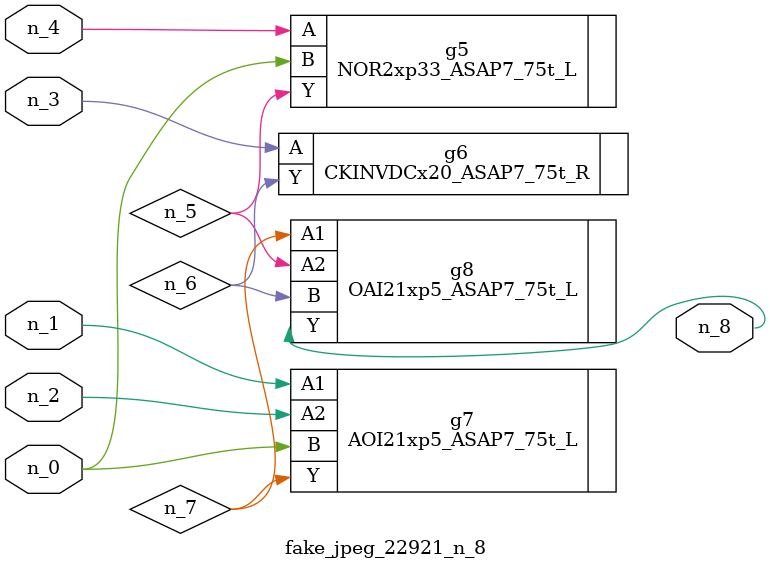
<source format=v>
module fake_jpeg_22921_n_8 (n_3, n_2, n_1, n_0, n_4, n_8);

input n_3;
input n_2;
input n_1;
input n_0;
input n_4;

output n_8;

wire n_6;
wire n_5;
wire n_7;

NOR2xp33_ASAP7_75t_L g5 ( 
.A(n_4),
.B(n_0),
.Y(n_5)
);

CKINVDCx20_ASAP7_75t_R g6 ( 
.A(n_3),
.Y(n_6)
);

AOI21xp5_ASAP7_75t_L g7 ( 
.A1(n_1),
.A2(n_2),
.B(n_0),
.Y(n_7)
);

OAI21xp5_ASAP7_75t_L g8 ( 
.A1(n_7),
.A2(n_5),
.B(n_6),
.Y(n_8)
);


endmodule
</source>
